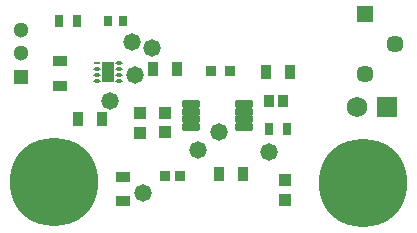
<source format=gbr>
G04*
G04 #@! TF.GenerationSoftware,Altium Limited,Altium Designer,25.3.3 (18)*
G04*
G04 Layer_Color=8388736*
%FSLAX44Y44*%
%MOMM*%
G71*
G04*
G04 #@! TF.SameCoordinates,BFC568DA-C1B5-42DE-8167-96A376B3F609*
G04*
G04*
G04 #@! TF.FilePolarity,Negative*
G04*
G01*
G75*
%ADD15R,0.8549X0.9062*%
%ADD16R,0.9562X1.2062*%
%ADD17R,1.2062X0.9562*%
%ADD19R,0.7500X1.0000*%
%ADD21R,0.8587X0.9121*%
%ADD22R,0.6061X0.2568*%
G04:AMPARAMS|DCode=23|XSize=0.6061mm|YSize=0.2568mm|CornerRadius=0.1284mm|HoleSize=0mm|Usage=FLASHONLY|Rotation=0.000|XOffset=0mm|YOffset=0mm|HoleType=Round|Shape=RoundedRectangle|*
%AMROUNDEDRECTD23*
21,1,0.6061,0.0000,0,0,0.0*
21,1,0.3492,0.2568,0,0,0.0*
1,1,0.2568,0.1746,0.0000*
1,1,0.2568,-0.1746,0.0000*
1,1,0.2568,-0.1746,0.0000*
1,1,0.2568,0.1746,0.0000*
%
%ADD23ROUNDEDRECTD23*%
%ADD25R,1.0621X1.1350*%
%ADD26R,0.7587X0.8121*%
%ADD27R,1.1332X0.9932*%
G04:AMPARAMS|DCode=28|XSize=0.6532mm|YSize=1.5532mm|CornerRadius=0.1511mm|HoleSize=0mm|Usage=FLASHONLY|Rotation=90.000|XOffset=0mm|YOffset=0mm|HoleType=Round|Shape=RoundedRectangle|*
%AMROUNDEDRECTD28*
21,1,0.6532,1.2510,0,0,90.0*
21,1,0.3510,1.5532,0,0,90.0*
1,1,0.3022,0.6255,0.1755*
1,1,0.3022,0.6255,-0.1755*
1,1,0.3022,-0.6255,-0.1755*
1,1,0.3022,-0.6255,0.1755*
%
%ADD28ROUNDEDRECTD28*%
%ADD29R,1.0000X1.7000*%
%ADD30R,0.9032X1.0532*%
%ADD31C,7.5000*%
%ADD32R,1.3000X1.3000*%
%ADD33C,1.3000*%
%ADD34R,1.7532X1.7532*%
%ADD35C,1.7532*%
%ADD36C,1.4532*%
%ADD37R,1.4532X1.4532*%
%ADD38C,1.4732*%
D15*
X546100Y1065530D02*
D03*
X533587D02*
D03*
D16*
X579030Y1066800D02*
D03*
X599530D02*
D03*
X523060Y1155700D02*
D03*
X543560D02*
D03*
X459740Y1113790D02*
D03*
X480240D02*
D03*
X638900Y1153160D02*
D03*
X618400D02*
D03*
D17*
X444500Y1141730D02*
D03*
Y1162230D02*
D03*
X497840Y1043940D02*
D03*
Y1064440D02*
D03*
D19*
X621150Y1104899D02*
D03*
X636151D02*
D03*
X458349Y1196340D02*
D03*
X443349D02*
D03*
D21*
X588010Y1154430D02*
D03*
X572476D02*
D03*
D22*
X475611Y1160660D02*
D03*
D23*
Y1155660D02*
D03*
Y1150660D02*
D03*
Y1145660D02*
D03*
X494672D02*
D03*
Y1150660D02*
D03*
Y1155660D02*
D03*
Y1160660D02*
D03*
D25*
X635000Y1045210D02*
D03*
Y1061518D02*
D03*
D26*
X485306Y1196340D02*
D03*
X497840D02*
D03*
D27*
X533400Y1118870D02*
D03*
Y1102470D02*
D03*
X511810Y1118180D02*
D03*
Y1101780D02*
D03*
D28*
X600100Y1106581D02*
D03*
Y1113081D02*
D03*
Y1119581D02*
D03*
X555600Y1106581D02*
D03*
Y1113081D02*
D03*
Y1119581D02*
D03*
Y1126081D02*
D03*
X600100D02*
D03*
D29*
X485141Y1153160D02*
D03*
D30*
X621631Y1129030D02*
D03*
X633131D02*
D03*
D31*
X701040Y1059180D02*
D03*
X439420Y1060450D02*
D03*
D32*
X411480Y1149173D02*
D03*
D33*
Y1169173D02*
D03*
Y1189173D02*
D03*
D34*
X721360Y1123950D02*
D03*
D35*
X695960D02*
D03*
D36*
X702310Y1151890D02*
D03*
X727710Y1177290D02*
D03*
D37*
X702310Y1202690D02*
D03*
D38*
X486410Y1129030D02*
D03*
X505460Y1178560D02*
D03*
X521970Y1173480D02*
D03*
X621030Y1085850D02*
D03*
X508000Y1150620D02*
D03*
X561340Y1087120D02*
D03*
X579030Y1102083D02*
D03*
X514604Y1050544D02*
D03*
M02*

</source>
